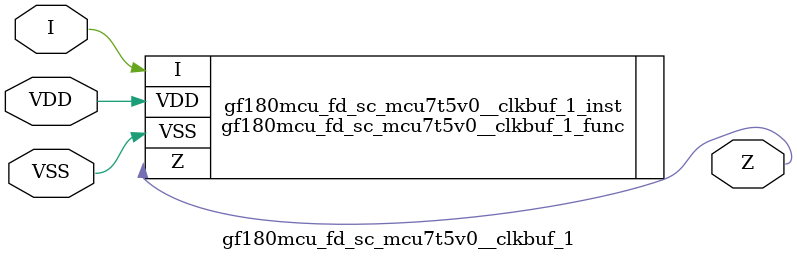
<source format=v>

module gf180mcu_fd_sc_mcu7t5v0__clkbuf_1( I, Z, VDD, VSS );
input I;
inout VDD, VSS;
output Z;

   `ifdef FUNCTIONAL  //  functional //

	gf180mcu_fd_sc_mcu7t5v0__clkbuf_1_func gf180mcu_fd_sc_mcu7t5v0__clkbuf_1_behav_inst(.I(I),.Z(Z),.VDD(VDD),.VSS(VSS));

   `else

	gf180mcu_fd_sc_mcu7t5v0__clkbuf_1_func gf180mcu_fd_sc_mcu7t5v0__clkbuf_1_inst(.I(I),.Z(Z),.VDD(VDD),.VSS(VSS));

	// spec_gates_begin


	// spec_gates_end



   specify

	// specify_block_begin

	// comb arc I --> Z
	 (I => Z) = (1.0,1.0);

	// specify_block_end

   endspecify

   `endif

endmodule

</source>
